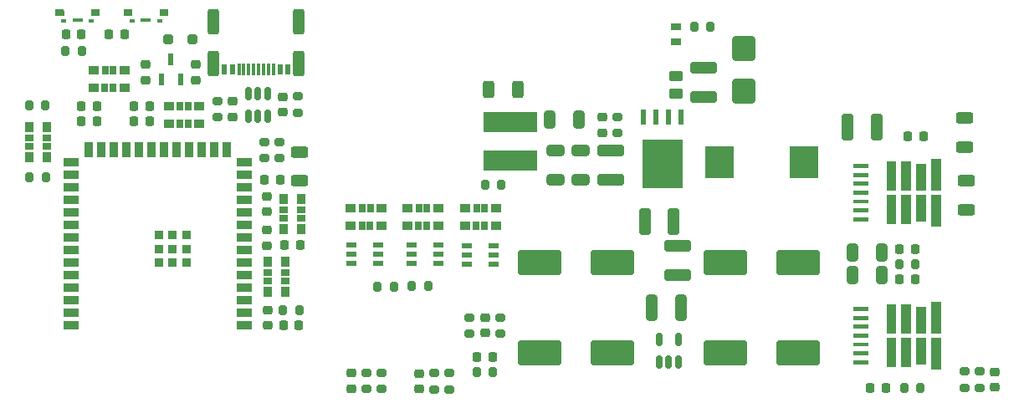
<source format=gbr>
%TF.GenerationSoftware,KiCad,Pcbnew,7.0.10*%
%TF.CreationDate,2025-01-28T22:59:33+01:00*%
%TF.ProjectId,BugWiperPCB,42756757-6970-4657-9250-43422e6b6963,rev?*%
%TF.SameCoordinates,Original*%
%TF.FileFunction,Paste,Top*%
%TF.FilePolarity,Positive*%
%FSLAX46Y46*%
G04 Gerber Fmt 4.6, Leading zero omitted, Abs format (unit mm)*
G04 Created by KiCad (PCBNEW 7.0.10) date 2025-01-28 22:59:33*
%MOMM*%
%LPD*%
G01*
G04 APERTURE LIST*
G04 Aperture macros list*
%AMRoundRect*
0 Rectangle with rounded corners*
0 $1 Rounding radius*
0 $2 $3 $4 $5 $6 $7 $8 $9 X,Y pos of 4 corners*
0 Add a 4 corners polygon primitive as box body*
4,1,4,$2,$3,$4,$5,$6,$7,$8,$9,$2,$3,0*
0 Add four circle primitives for the rounded corners*
1,1,$1+$1,$2,$3*
1,1,$1+$1,$4,$5*
1,1,$1+$1,$6,$7*
1,1,$1+$1,$8,$9*
0 Add four rect primitives between the rounded corners*
20,1,$1+$1,$2,$3,$4,$5,0*
20,1,$1+$1,$4,$5,$6,$7,0*
20,1,$1+$1,$6,$7,$8,$9,0*
20,1,$1+$1,$8,$9,$2,$3,0*%
G04 Aperture macros list end*
%ADD10C,0.010000*%
%ADD11RoundRect,0.225000X-0.225000X-0.250000X0.225000X-0.250000X0.225000X0.250000X-0.225000X0.250000X0*%
%ADD12RoundRect,0.225000X0.250000X-0.225000X0.250000X0.225000X-0.250000X0.225000X-0.250000X-0.225000X0*%
%ADD13RoundRect,0.200000X0.275000X-0.200000X0.275000X0.200000X-0.275000X0.200000X-0.275000X-0.200000X0*%
%ADD14RoundRect,0.200000X-0.200000X-0.275000X0.200000X-0.275000X0.200000X0.275000X-0.200000X0.275000X0*%
%ADD15RoundRect,0.200000X-0.275000X0.200000X-0.275000X-0.200000X0.275000X-0.200000X0.275000X0.200000X0*%
%ADD16R,1.003300X0.558800*%
%ADD17RoundRect,0.250000X-0.900000X1.000000X-0.900000X-1.000000X0.900000X-1.000000X0.900000X1.000000X0*%
%ADD18RoundRect,0.250000X-0.625000X0.312500X-0.625000X-0.312500X0.625000X-0.312500X0.625000X0.312500X0*%
%ADD19RoundRect,0.250000X-0.650000X0.325000X-0.650000X-0.325000X0.650000X-0.325000X0.650000X0.325000X0*%
%ADD20RoundRect,0.250000X-0.325000X-1.100000X0.325000X-1.100000X0.325000X1.100000X-0.325000X1.100000X0*%
%ADD21RoundRect,0.250000X-0.250000X-0.250000X0.250000X-0.250000X0.250000X0.250000X-0.250000X0.250000X0*%
%ADD22RoundRect,0.150000X0.150000X-0.512500X0.150000X0.512500X-0.150000X0.512500X-0.150000X-0.512500X0*%
%ADD23RoundRect,0.150000X-0.150000X0.512500X-0.150000X-0.512500X0.150000X-0.512500X0.150000X0.512500X0*%
%ADD24RoundRect,0.200000X0.200000X0.275000X-0.200000X0.275000X-0.200000X-0.275000X0.200000X-0.275000X0*%
%ADD25RoundRect,0.225000X-0.250000X0.225000X-0.250000X-0.225000X0.250000X-0.225000X0.250000X0.225000X0*%
%ADD26RoundRect,0.250000X0.625000X-0.312500X0.625000X0.312500X-0.625000X0.312500X-0.625000X-0.312500X0*%
%ADD27R,5.500000X2.150000*%
%ADD28RoundRect,0.225000X0.225000X0.250000X-0.225000X0.250000X-0.225000X-0.250000X0.225000X-0.250000X0*%
%ADD29RoundRect,0.250000X-0.312500X-1.075000X0.312500X-1.075000X0.312500X1.075000X-0.312500X1.075000X0*%
%ADD30RoundRect,0.250000X1.950000X1.000000X-1.950000X1.000000X-1.950000X-1.000000X1.950000X-1.000000X0*%
%ADD31R,1.500000X0.900000*%
%ADD32R,0.900000X1.500000*%
%ADD33R,0.900000X0.900000*%
%ADD34RoundRect,0.250000X-1.100000X0.325000X-1.100000X-0.325000X1.100000X-0.325000X1.100000X0.325000X0*%
%ADD35RoundRect,0.250000X-0.325000X-0.650000X0.325000X-0.650000X0.325000X0.650000X-0.325000X0.650000X0*%
%ADD36RoundRect,0.250000X-0.312500X-0.625000X0.312500X-0.625000X0.312500X0.625000X-0.312500X0.625000X0*%
%ADD37R,0.558800X1.168400*%
%ADD38R,1.100000X0.965200*%
%ADD39R,0.650000X0.965200*%
%ADD40RoundRect,0.250000X1.100000X-0.325000X1.100000X0.325000X-1.100000X0.325000X-1.100000X-0.325000X0*%
%ADD41R,2.921000X3.251200*%
%ADD42R,0.600000X1.100000*%
%ADD43R,0.300000X1.150000*%
%ADD44RoundRect,0.300000X-0.300000X1.000000X-0.300000X-1.000000X0.300000X-1.000000X0.300000X1.000000X0*%
%ADD45R,0.965200X1.100000*%
%ADD46R,0.965200X0.650000*%
%ADD47RoundRect,0.250000X0.325000X0.650000X-0.325000X0.650000X-0.325000X-0.650000X0.325000X-0.650000X0*%
%ADD48RoundRect,0.250000X-0.450000X0.262500X-0.450000X-0.262500X0.450000X-0.262500X0.450000X0.262500X0*%
%ADD49R,1.000000X0.800000*%
%ADD50R,0.533400X1.524000*%
%ADD51R,4.114800X4.902200*%
%ADD52R,0.600000X0.400000*%
%ADD53R,1.000000X0.350000*%
%ADD54R,0.950000X0.640000*%
G04 APERTURE END LIST*
%TO.C,U2*%
G36*
X199305500Y-90318010D02*
G01*
X199305500Y-90718000D01*
X197705500Y-90718000D01*
X197705500Y-90318000D01*
X199305500Y-90318010D01*
G37*
G36*
X199305500Y-91218010D02*
G01*
X199305500Y-91618000D01*
X197705500Y-91618000D01*
X197705500Y-91218000D01*
X199305500Y-91218010D01*
G37*
G36*
X199305500Y-92518000D02*
G01*
X197705500Y-92518000D01*
X197705500Y-92118000D01*
X199305500Y-92118000D01*
X199305500Y-92518000D01*
G37*
G36*
X199305500Y-93418000D02*
G01*
X197705500Y-93418000D01*
X197705500Y-93018000D01*
X199305500Y-93018000D01*
X199305500Y-93418000D01*
G37*
G36*
X199305500Y-93918010D02*
G01*
X199305500Y-94318000D01*
X197705500Y-94318000D01*
X197705500Y-93918000D01*
X199305500Y-93918010D01*
G37*
G36*
X199305500Y-94818010D02*
G01*
X199305500Y-95218000D01*
X197705500Y-95218000D01*
X197705500Y-94818000D01*
X199305500Y-94818010D01*
G37*
G36*
X199305500Y-96118000D02*
G01*
X197705500Y-96118000D01*
X197705500Y-95718000D01*
X199305500Y-95718000D01*
X199305500Y-96118000D01*
G37*
G36*
X202105500Y-93018000D02*
G01*
X201105500Y-93018000D01*
X201105500Y-90018000D01*
X202105500Y-90018000D01*
X202105500Y-93018000D01*
G37*
G36*
X202105500Y-96418000D02*
G01*
X201105500Y-96418000D01*
X201105500Y-93418000D01*
X202105500Y-93418000D01*
X202105500Y-96418000D01*
G37*
G36*
X203605500Y-93018000D02*
G01*
X202605500Y-93018000D01*
X202605500Y-90018000D01*
X203605500Y-90018000D01*
X203605500Y-93018000D01*
G37*
G36*
X203605500Y-96418000D02*
G01*
X202605500Y-96418000D01*
X202605500Y-93418000D01*
X203605500Y-93418000D01*
X203605500Y-96418000D01*
G37*
G36*
X205105500Y-96117750D02*
G01*
X204105500Y-96118000D01*
X204105500Y-93418000D01*
X205105500Y-93418000D01*
X205105500Y-96117750D01*
G37*
G36*
X205105500Y-90318250D02*
G01*
X205105520Y-93018000D01*
X204105500Y-93018000D01*
X204105500Y-90318000D01*
X205105500Y-90318250D01*
G37*
G36*
X206605500Y-93018000D02*
G01*
X205605500Y-93018000D01*
X205605500Y-89768000D01*
X206605500Y-89768000D01*
X206605500Y-93018000D01*
G37*
G36*
X206605500Y-96668000D02*
G01*
X205605500Y-96668000D01*
X205605500Y-93418000D01*
X206605500Y-93418000D01*
X206605500Y-96668000D01*
G37*
%TO.C,U3*%
G36*
X199305500Y-75840010D02*
G01*
X199305500Y-76240000D01*
X197705500Y-76240000D01*
X197705500Y-75840000D01*
X199305500Y-75840010D01*
G37*
G36*
X199305500Y-76740010D02*
G01*
X199305500Y-77140000D01*
X197705500Y-77140000D01*
X197705500Y-76740000D01*
X199305500Y-76740010D01*
G37*
G36*
X199305500Y-78040000D02*
G01*
X197705500Y-78040000D01*
X197705500Y-77640000D01*
X199305500Y-77640000D01*
X199305500Y-78040000D01*
G37*
G36*
X199305500Y-78940000D02*
G01*
X197705500Y-78940000D01*
X197705500Y-78540000D01*
X199305500Y-78540000D01*
X199305500Y-78940000D01*
G37*
G36*
X199305500Y-79440010D02*
G01*
X199305500Y-79840000D01*
X197705500Y-79840000D01*
X197705500Y-79440000D01*
X199305500Y-79440010D01*
G37*
G36*
X199305500Y-80340010D02*
G01*
X199305500Y-80740000D01*
X197705500Y-80740000D01*
X197705500Y-80340000D01*
X199305500Y-80340010D01*
G37*
G36*
X199305500Y-81640000D02*
G01*
X197705500Y-81640000D01*
X197705500Y-81240000D01*
X199305500Y-81240000D01*
X199305500Y-81640000D01*
G37*
G36*
X202105500Y-78540000D02*
G01*
X201105500Y-78540000D01*
X201105500Y-75540000D01*
X202105500Y-75540000D01*
X202105500Y-78540000D01*
G37*
G36*
X202105500Y-81940000D02*
G01*
X201105500Y-81940000D01*
X201105500Y-78940000D01*
X202105500Y-78940000D01*
X202105500Y-81940000D01*
G37*
G36*
X203605500Y-78540000D02*
G01*
X202605500Y-78540000D01*
X202605500Y-75540000D01*
X203605500Y-75540000D01*
X203605500Y-78540000D01*
G37*
G36*
X203605500Y-81940000D02*
G01*
X202605500Y-81940000D01*
X202605500Y-78940000D01*
X203605500Y-78940000D01*
X203605500Y-81940000D01*
G37*
G36*
X205105500Y-81639750D02*
G01*
X204105500Y-81640000D01*
X204105500Y-78940000D01*
X205105500Y-78940000D01*
X205105500Y-81639750D01*
G37*
G36*
X205105500Y-75840250D02*
G01*
X205105520Y-78540000D01*
X204105500Y-78540000D01*
X204105500Y-75840000D01*
X205105500Y-75840250D01*
G37*
G36*
X206605500Y-78540000D02*
G01*
X205605500Y-78540000D01*
X205605500Y-75290000D01*
X206605500Y-75290000D01*
X206605500Y-78540000D01*
G37*
G36*
X206605500Y-82190000D02*
G01*
X205605500Y-82190000D01*
X205605500Y-78940000D01*
X206605500Y-78940000D01*
X206605500Y-82190000D01*
G37*
%TO.C,S1*%
D10*
X128203400Y-60306800D02*
X128186400Y-60313800D01*
X128168400Y-60321800D01*
X128152400Y-60329800D01*
X128135400Y-60338800D01*
X128119400Y-60348800D01*
X128103400Y-60359800D01*
X128088400Y-60370800D01*
X128074400Y-60382800D01*
X128060400Y-60394800D01*
X128046400Y-60407800D01*
X128033400Y-60421800D01*
X128021400Y-60435800D01*
X128009400Y-60450800D01*
X127998400Y-60465800D01*
X127987400Y-60480800D01*
X127977400Y-60497800D01*
X127968400Y-60513800D01*
X127960400Y-60530800D01*
X127952400Y-60547800D01*
X127945400Y-60565800D01*
X127939400Y-60583800D01*
X127934400Y-60601800D01*
X127929400Y-60619800D01*
X127926400Y-60637800D01*
X127923400Y-60656800D01*
X127920400Y-60675800D01*
X127919400Y-60693800D01*
X127919400Y-60712800D01*
X127919400Y-60729800D01*
X127919100Y-60729800D01*
X127591400Y-60729800D01*
X127591400Y-60299800D01*
X128223400Y-60299800D01*
X128203400Y-60306800D01*
G36*
X128203400Y-60306800D02*
G01*
X128186400Y-60313800D01*
X128168400Y-60321800D01*
X128152400Y-60329800D01*
X128135400Y-60338800D01*
X128119400Y-60348800D01*
X128103400Y-60359800D01*
X128088400Y-60370800D01*
X128074400Y-60382800D01*
X128060400Y-60394800D01*
X128046400Y-60407800D01*
X128033400Y-60421800D01*
X128021400Y-60435800D01*
X128009400Y-60450800D01*
X127998400Y-60465800D01*
X127987400Y-60480800D01*
X127977400Y-60497800D01*
X127968400Y-60513800D01*
X127960400Y-60530800D01*
X127952400Y-60547800D01*
X127945400Y-60565800D01*
X127939400Y-60583800D01*
X127934400Y-60601800D01*
X127929400Y-60619800D01*
X127926400Y-60637800D01*
X127923400Y-60656800D01*
X127920400Y-60675800D01*
X127919400Y-60693800D01*
X127919400Y-60712800D01*
X127919400Y-60729800D01*
X127919100Y-60729800D01*
X127591400Y-60729800D01*
X127591400Y-60299800D01*
X128223400Y-60299800D01*
X128203400Y-60306800D01*
G37*
X124681400Y-60729800D02*
X124353700Y-60729800D01*
X124353400Y-60729800D01*
X124353400Y-60712800D01*
X124353400Y-60693800D01*
X124352400Y-60675800D01*
X124349400Y-60656800D01*
X124346400Y-60637800D01*
X124343400Y-60619800D01*
X124338400Y-60601800D01*
X124333400Y-60583800D01*
X124327400Y-60565800D01*
X124320400Y-60547800D01*
X124312400Y-60530800D01*
X124304400Y-60513800D01*
X124295400Y-60497800D01*
X124285400Y-60480800D01*
X124274400Y-60465800D01*
X124263400Y-60450800D01*
X124251400Y-60435800D01*
X124239400Y-60421800D01*
X124226400Y-60407800D01*
X124212400Y-60394800D01*
X124198400Y-60382800D01*
X124184400Y-60370800D01*
X124169400Y-60359800D01*
X124153400Y-60348800D01*
X124137400Y-60338800D01*
X124120400Y-60329800D01*
X124104400Y-60321800D01*
X124086400Y-60313800D01*
X124069400Y-60306800D01*
X124049400Y-60299800D01*
X124681400Y-60299800D01*
X124681400Y-60729800D01*
G36*
X124681400Y-60729800D02*
G01*
X124353700Y-60729800D01*
X124353400Y-60729800D01*
X124353400Y-60712800D01*
X124353400Y-60693800D01*
X124352400Y-60675800D01*
X124349400Y-60656800D01*
X124346400Y-60637800D01*
X124343400Y-60619800D01*
X124338400Y-60601800D01*
X124333400Y-60583800D01*
X124327400Y-60565800D01*
X124320400Y-60547800D01*
X124312400Y-60530800D01*
X124304400Y-60513800D01*
X124295400Y-60497800D01*
X124285400Y-60480800D01*
X124274400Y-60465800D01*
X124263400Y-60450800D01*
X124251400Y-60435800D01*
X124239400Y-60421800D01*
X124226400Y-60407800D01*
X124212400Y-60394800D01*
X124198400Y-60382800D01*
X124184400Y-60370800D01*
X124169400Y-60359800D01*
X124153400Y-60348800D01*
X124137400Y-60338800D01*
X124120400Y-60329800D01*
X124104400Y-60321800D01*
X124086400Y-60313800D01*
X124069400Y-60306800D01*
X124049400Y-60299800D01*
X124681400Y-60299800D01*
X124681400Y-60729800D01*
G37*
%TO.C,S2*%
X121320000Y-60306800D02*
X121303000Y-60313800D01*
X121285000Y-60321800D01*
X121269000Y-60329800D01*
X121252000Y-60338800D01*
X121236000Y-60348800D01*
X121220000Y-60359800D01*
X121205000Y-60370800D01*
X121191000Y-60382800D01*
X121177000Y-60394800D01*
X121163000Y-60407800D01*
X121150000Y-60421800D01*
X121138000Y-60435800D01*
X121126000Y-60450800D01*
X121115000Y-60465800D01*
X121104000Y-60480800D01*
X121094000Y-60497800D01*
X121085000Y-60513800D01*
X121077000Y-60530800D01*
X121069000Y-60547800D01*
X121062000Y-60565800D01*
X121056000Y-60583800D01*
X121051000Y-60601800D01*
X121046000Y-60619800D01*
X121043000Y-60637800D01*
X121040000Y-60656800D01*
X121037000Y-60675800D01*
X121036000Y-60693800D01*
X121036000Y-60712800D01*
X121036000Y-60729800D01*
X121035700Y-60729800D01*
X120708000Y-60729800D01*
X120708000Y-60299800D01*
X121340000Y-60299800D01*
X121320000Y-60306800D01*
G36*
X121320000Y-60306800D02*
G01*
X121303000Y-60313800D01*
X121285000Y-60321800D01*
X121269000Y-60329800D01*
X121252000Y-60338800D01*
X121236000Y-60348800D01*
X121220000Y-60359800D01*
X121205000Y-60370800D01*
X121191000Y-60382800D01*
X121177000Y-60394800D01*
X121163000Y-60407800D01*
X121150000Y-60421800D01*
X121138000Y-60435800D01*
X121126000Y-60450800D01*
X121115000Y-60465800D01*
X121104000Y-60480800D01*
X121094000Y-60497800D01*
X121085000Y-60513800D01*
X121077000Y-60530800D01*
X121069000Y-60547800D01*
X121062000Y-60565800D01*
X121056000Y-60583800D01*
X121051000Y-60601800D01*
X121046000Y-60619800D01*
X121043000Y-60637800D01*
X121040000Y-60656800D01*
X121037000Y-60675800D01*
X121036000Y-60693800D01*
X121036000Y-60712800D01*
X121036000Y-60729800D01*
X121035700Y-60729800D01*
X120708000Y-60729800D01*
X120708000Y-60299800D01*
X121340000Y-60299800D01*
X121320000Y-60306800D01*
G37*
X117798000Y-60729800D02*
X117470300Y-60729800D01*
X117470000Y-60729800D01*
X117470000Y-60712800D01*
X117470000Y-60693800D01*
X117469000Y-60675800D01*
X117466000Y-60656800D01*
X117463000Y-60637800D01*
X117460000Y-60619800D01*
X117455000Y-60601800D01*
X117450000Y-60583800D01*
X117444000Y-60565800D01*
X117437000Y-60547800D01*
X117429000Y-60530800D01*
X117421000Y-60513800D01*
X117412000Y-60497800D01*
X117402000Y-60480800D01*
X117391000Y-60465800D01*
X117380000Y-60450800D01*
X117368000Y-60435800D01*
X117356000Y-60421800D01*
X117343000Y-60407800D01*
X117329000Y-60394800D01*
X117315000Y-60382800D01*
X117301000Y-60370800D01*
X117286000Y-60359800D01*
X117270000Y-60348800D01*
X117254000Y-60338800D01*
X117237000Y-60329800D01*
X117221000Y-60321800D01*
X117203000Y-60313800D01*
X117186000Y-60306800D01*
X117166000Y-60299800D01*
X117798000Y-60299800D01*
X117798000Y-60729800D01*
G36*
X117798000Y-60729800D02*
G01*
X117470300Y-60729800D01*
X117470000Y-60729800D01*
X117470000Y-60712800D01*
X117470000Y-60693800D01*
X117469000Y-60675800D01*
X117466000Y-60656800D01*
X117463000Y-60637800D01*
X117460000Y-60619800D01*
X117455000Y-60601800D01*
X117450000Y-60583800D01*
X117444000Y-60565800D01*
X117437000Y-60547800D01*
X117429000Y-60530800D01*
X117421000Y-60513800D01*
X117412000Y-60497800D01*
X117402000Y-60480800D01*
X117391000Y-60465800D01*
X117380000Y-60450800D01*
X117368000Y-60435800D01*
X117356000Y-60421800D01*
X117343000Y-60407800D01*
X117329000Y-60394800D01*
X117315000Y-60382800D01*
X117301000Y-60370800D01*
X117286000Y-60359800D01*
X117270000Y-60348800D01*
X117254000Y-60338800D01*
X117237000Y-60329800D01*
X117221000Y-60321800D01*
X117203000Y-60313800D01*
X117186000Y-60306800D01*
X117166000Y-60299800D01*
X117798000Y-60299800D01*
X117798000Y-60729800D01*
G37*
%TD*%
D11*
%TO.C,C22*%
X159689200Y-95402400D03*
X161239200Y-95402400D03*
%TD*%
D12*
%TO.C,C11*%
X153771600Y-98615800D03*
X153771600Y-97065800D03*
%TD*%
D13*
%TO.C,R12*%
X149987000Y-98627200D03*
X149987000Y-96977200D03*
%TD*%
D14*
%TO.C,R15*%
X149593800Y-88239600D03*
X151243800Y-88239600D03*
%TD*%
D15*
%TO.C,R21*%
X173837600Y-71057000D03*
X173837600Y-72707000D03*
%TD*%
D16*
%TO.C,CR1*%
X146919151Y-84038399D03*
X146919151Y-84988400D03*
X146919151Y-85938401D03*
X149624251Y-85938401D03*
X149624251Y-84988400D03*
X149624251Y-84038399D03*
%TD*%
D17*
%TO.C,D3*%
X186690000Y-64144000D03*
X186690000Y-68444000D03*
%TD*%
D18*
%TO.C,F1*%
X141732000Y-74610500D03*
X141732000Y-77535500D03*
%TD*%
D19*
%TO.C,C24*%
X167640000Y-74471000D03*
X167640000Y-77421000D03*
%TD*%
D20*
%TO.C,C15*%
X197153000Y-72136000D03*
X200103000Y-72136000D03*
%TD*%
D12*
%TO.C,C13*%
X160464000Y-92964800D03*
X160464000Y-91414800D03*
%TD*%
D21*
%TO.C,D1*%
X128391600Y-63246000D03*
X130891600Y-63246000D03*
%TD*%
D11*
%TO.C,C4*%
X118046200Y-62738000D03*
X119596200Y-62738000D03*
%TD*%
%TO.C,C33*%
X124955000Y-71475600D03*
X126505000Y-71475600D03*
%TD*%
%TO.C,C8*%
X202425000Y-84455000D03*
X203975000Y-84455000D03*
%TD*%
D22*
%TO.C,U4*%
X178120000Y-95879500D03*
X179070000Y-95879500D03*
X180020000Y-95879500D03*
X180020000Y-93604500D03*
X178120000Y-93604500D03*
%TD*%
D23*
%TO.C,U5*%
X138443150Y-68729600D03*
X137493150Y-68729600D03*
X136543150Y-68729600D03*
X136543150Y-71004600D03*
X137493150Y-71004600D03*
X138443150Y-71004600D03*
%TD*%
D24*
%TO.C,R14*%
X154698200Y-88188800D03*
X153048200Y-88188800D03*
%TD*%
D25*
%TO.C,C37*%
X138430000Y-82537000D03*
X138430000Y-84087000D03*
%TD*%
D13*
%TO.C,R19*%
X158877000Y-93014800D03*
X158877000Y-91364800D03*
%TD*%
D26*
%TO.C,F3*%
X209042000Y-74106500D03*
X209042000Y-71181500D03*
%TD*%
D27*
%TO.C,L2*%
X163068000Y-75458000D03*
X163068000Y-71608000D03*
%TD*%
D28*
%TO.C,C3*%
X123965000Y-62738000D03*
X122415000Y-62738000D03*
%TD*%
D14*
%TO.C,R7*%
X202883000Y-98552000D03*
X204533000Y-98552000D03*
%TD*%
D15*
%TO.C,R3*%
X133430200Y-69461600D03*
X133430200Y-71111600D03*
%TD*%
%TO.C,R2*%
X141558200Y-68975000D03*
X141558200Y-70625000D03*
%TD*%
D29*
%TO.C,R25*%
X177353500Y-90424000D03*
X180278500Y-90424000D03*
%TD*%
D30*
%TO.C,C20*%
X192168000Y-94996000D03*
X184768000Y-94996000D03*
%TD*%
D15*
%TO.C,R10*%
X155295600Y-97015800D03*
X155295600Y-98665800D03*
%TD*%
D31*
%TO.C,U1*%
X136101200Y-92172000D03*
X136101200Y-90902000D03*
X136101200Y-89632000D03*
X136101200Y-88362000D03*
X136101200Y-87092000D03*
X136101200Y-85822000D03*
X136101200Y-84552000D03*
X136101200Y-83282000D03*
X136101200Y-82012000D03*
X136101200Y-80742000D03*
X136101200Y-79472000D03*
X136101200Y-78202000D03*
X136101200Y-76932000D03*
X136101200Y-75662000D03*
D32*
X134336200Y-74412000D03*
X133066200Y-74412000D03*
X131796200Y-74412000D03*
X130526200Y-74412000D03*
X129256200Y-74412000D03*
X127986200Y-74412000D03*
X126716200Y-74412000D03*
X125446200Y-74412000D03*
X124176200Y-74412000D03*
X122906200Y-74412000D03*
X121636200Y-74412000D03*
X120366200Y-74412000D03*
D31*
X118601200Y-75662000D03*
X118601200Y-76932000D03*
X118601200Y-78202000D03*
X118601200Y-79472000D03*
X118601200Y-80742000D03*
X118601200Y-82012000D03*
X118601200Y-83282000D03*
X118601200Y-84552000D03*
X118601200Y-85822000D03*
X118601200Y-87092000D03*
X118601200Y-88362000D03*
X118601200Y-89632000D03*
X118601200Y-90902000D03*
X118601200Y-92172000D03*
D33*
X130251200Y-85852000D03*
X130251200Y-84452000D03*
X130251200Y-83052000D03*
X130251200Y-83052000D03*
X128851200Y-85852000D03*
X128851200Y-85852000D03*
X128851200Y-84452000D03*
X128851200Y-83052000D03*
X127451200Y-85852000D03*
X127451200Y-84452000D03*
X127451200Y-83052000D03*
%TD*%
D14*
%TO.C,R22*%
X114338600Y-69900800D03*
X115988600Y-69900800D03*
%TD*%
D16*
%TO.C,CR3*%
X153079450Y-84038399D03*
X153079450Y-84988400D03*
X153079450Y-85938401D03*
X155784550Y-85938401D03*
X155784550Y-84988400D03*
X155784550Y-84038399D03*
%TD*%
D28*
%TO.C,C9*%
X204838600Y-73050400D03*
X203288600Y-73050400D03*
%TD*%
D15*
%TO.C,R11*%
X148463000Y-96977200D03*
X148463000Y-98627200D03*
%TD*%
D14*
%TO.C,R18*%
X114389400Y-77216000D03*
X116039400Y-77216000D03*
%TD*%
D28*
%TO.C,C31*%
X141643400Y-92138200D03*
X140093400Y-92138200D03*
%TD*%
%TO.C,C39*%
X139713000Y-77470000D03*
X138163000Y-77470000D03*
%TD*%
D30*
%TO.C,C28*%
X173372000Y-94996000D03*
X165972000Y-94996000D03*
%TD*%
D16*
%TO.C,CR2*%
X158667450Y-84089199D03*
X158667450Y-85039200D03*
X158667450Y-85989201D03*
X161372550Y-85989201D03*
X161372550Y-85039200D03*
X161372550Y-84089199D03*
%TD*%
D15*
%TO.C,TH1*%
X209042000Y-96838000D03*
X209042000Y-98488000D03*
%TD*%
D28*
%TO.C,C35*%
X121171000Y-69951600D03*
X119621000Y-69951600D03*
%TD*%
D34*
%TO.C,C21*%
X182626000Y-66089000D03*
X182626000Y-69039000D03*
%TD*%
D25*
%TO.C,C14*%
X172313600Y-71107000D03*
X172313600Y-72657000D03*
%TD*%
D14*
%TO.C,R6*%
X117996200Y-64363600D03*
X119646200Y-64363600D03*
%TD*%
D19*
%TO.C,C25*%
X170180000Y-74471000D03*
X170180000Y-77421000D03*
%TD*%
D35*
%TO.C,C7*%
X197661000Y-84785200D03*
X200611000Y-84785200D03*
%TD*%
D36*
%TO.C,F4*%
X160843500Y-68326000D03*
X163768500Y-68326000D03*
%TD*%
D37*
%TO.C,U7*%
X127718901Y-67310000D03*
X129633899Y-67310000D03*
X128676400Y-65278000D03*
%TD*%
D11*
%TO.C,C6*%
X199478600Y-98552000D03*
X201028600Y-98552000D03*
%TD*%
%TO.C,C32*%
X124955000Y-69951600D03*
X126505000Y-69951600D03*
%TD*%
D14*
%TO.C,R38*%
X140043400Y-90627200D03*
X141693400Y-90627200D03*
%TD*%
D38*
%TO.C,RN3*%
X155714700Y-80302100D03*
D39*
X154593290Y-80302100D03*
X153763980Y-80302100D03*
D38*
X152641300Y-80302100D03*
X152641300Y-82054700D03*
D39*
X153762710Y-82054700D03*
X154592020Y-82054700D03*
D38*
X155714700Y-82054700D03*
%TD*%
D40*
%TO.C,C23*%
X179959000Y-87073000D03*
X179959000Y-84123000D03*
%TD*%
D41*
%TO.C,L1*%
X192747900Y-75692000D03*
X184188100Y-75692000D03*
%TD*%
D24*
%TO.C,R16*%
X183298600Y-61925200D03*
X181648600Y-61925200D03*
%TD*%
D42*
%TO.C,J1*%
X140516400Y-66242800D03*
X139716400Y-66232800D03*
D43*
X138566400Y-66217800D03*
X137566400Y-66217800D03*
X137066400Y-66217800D03*
X136066400Y-66217800D03*
D42*
X134116400Y-66232800D03*
X134916400Y-66232800D03*
D43*
X135566400Y-66217800D03*
X136566400Y-66217800D03*
X138066400Y-66217800D03*
X139066400Y-66217800D03*
D44*
X141636400Y-65652800D03*
X132996400Y-65652800D03*
X141636400Y-61472800D03*
X132996400Y-61472800D03*
%TD*%
D12*
%TO.C,C40*%
X138480800Y-92164200D03*
X138480800Y-90614200D03*
%TD*%
D38*
%TO.C,RN1*%
X128460500Y-71742300D03*
D39*
X129581910Y-71742300D03*
X130411220Y-71742300D03*
D38*
X131533900Y-71742300D03*
X131533900Y-69989700D03*
D39*
X130412490Y-69989700D03*
X129583180Y-69989700D03*
D38*
X128460500Y-69989700D03*
%TD*%
D25*
%TO.C,C1*%
X134953150Y-69511600D03*
X134953150Y-71061600D03*
%TD*%
D15*
%TO.C,R4*%
X138176000Y-73597000D03*
X138176000Y-75247000D03*
%TD*%
D28*
%TO.C,C34*%
X121171000Y-71475600D03*
X119621000Y-71475600D03*
%TD*%
D45*
%TO.C,RN8*%
X116090700Y-75145900D03*
D46*
X116090700Y-74024490D03*
X116090700Y-73195180D03*
D45*
X116090700Y-72072500D03*
X114338100Y-72072500D03*
D46*
X114338100Y-73193910D03*
X114338100Y-74023220D03*
D45*
X114338100Y-75145900D03*
%TD*%
D12*
%TO.C,C38*%
X138430000Y-80658000D03*
X138430000Y-79108000D03*
%TD*%
D28*
%TO.C,C5*%
X203975000Y-87503000D03*
X202425000Y-87503000D03*
%TD*%
D38*
%TO.C,RN6*%
X149974300Y-80302100D03*
D39*
X148852890Y-80302100D03*
X148023580Y-80302100D03*
D38*
X146900900Y-80302100D03*
X146900900Y-82054700D03*
D39*
X148022310Y-82054700D03*
X148851620Y-82054700D03*
D38*
X149974300Y-82054700D03*
%TD*%
D24*
%TO.C,R8*%
X204025000Y-85979000D03*
X202375000Y-85979000D03*
%TD*%
D47*
%TO.C,C26*%
X170004000Y-71374000D03*
X167054000Y-71374000D03*
%TD*%
D38*
%TO.C,RN7*%
X161556700Y-80302100D03*
D39*
X160435290Y-80302100D03*
X159605980Y-80302100D03*
D38*
X158483300Y-80302100D03*
X158483300Y-82054700D03*
D39*
X159604710Y-82054700D03*
X160434020Y-82054700D03*
D38*
X161556700Y-82054700D03*
%TD*%
D48*
%TO.C,D2*%
X179832000Y-66905500D03*
X179832000Y-68730500D03*
%TD*%
D12*
%TO.C,C29*%
X131216400Y-67323000D03*
X131216400Y-65773000D03*
%TD*%
D15*
%TO.C,R20*%
X162052000Y-91364800D03*
X162052000Y-93014800D03*
%TD*%
D45*
%TO.C,RN2*%
X138470900Y-85712300D03*
D46*
X138470900Y-86833710D03*
X138470900Y-87663020D03*
D45*
X138470900Y-88785700D03*
X140223500Y-88785700D03*
D46*
X140223500Y-87664290D03*
X140223500Y-86834980D03*
D45*
X140223500Y-85712300D03*
%TD*%
D15*
%TO.C,R5*%
X139700000Y-73597000D03*
X139700000Y-75247000D03*
%TD*%
D38*
%TO.C,RN4*%
X123964700Y-66382900D03*
D39*
X122843290Y-66382900D03*
X122013980Y-66382900D03*
D38*
X120891300Y-66382900D03*
X120891300Y-68135500D03*
D39*
X122012710Y-68135500D03*
X122842020Y-68135500D03*
D38*
X123964700Y-68135500D03*
%TD*%
D25*
%TO.C,C30*%
X126136400Y-65773000D03*
X126136400Y-67323000D03*
%TD*%
D11*
%TO.C,C36*%
X140195000Y-84074000D03*
X141745000Y-84074000D03*
%TD*%
D24*
%TO.C,R13*%
X161289200Y-96926400D03*
X159639200Y-96926400D03*
%TD*%
D35*
%TO.C,C10*%
X197661000Y-87122000D03*
X200611000Y-87122000D03*
%TD*%
D40*
%TO.C,C17*%
X173228000Y-77421000D03*
X173228000Y-74471000D03*
%TD*%
D30*
%TO.C,C19*%
X192168000Y-85852000D03*
X184768000Y-85852000D03*
%TD*%
D26*
%TO.C,F2*%
X209143600Y-80462500D03*
X209143600Y-77537500D03*
%TD*%
D49*
%TO.C,JP1*%
X179832000Y-61900000D03*
X179832000Y-63500000D03*
%TD*%
D30*
%TO.C,C18*%
X173372000Y-85852000D03*
X165972000Y-85852000D03*
%TD*%
D13*
%TO.C,R9*%
X156819600Y-98665800D03*
X156819600Y-97015800D03*
%TD*%
D50*
%TO.C,Q1*%
X180340000Y-71120000D03*
X179070000Y-71120000D03*
X177800000Y-71120000D03*
X176530000Y-71120000D03*
D51*
X178435000Y-75857100D03*
%TD*%
D24*
%TO.C,R17*%
X162115000Y-77978000D03*
X160465000Y-77978000D03*
%TD*%
D45*
%TO.C,RN5*%
X141846300Y-82435700D03*
D46*
X141846300Y-81314290D03*
X141846300Y-80484980D03*
D45*
X141846300Y-79362300D03*
X140093700Y-79362300D03*
D46*
X140093700Y-80483710D03*
X140093700Y-81313020D03*
D45*
X140093700Y-82435700D03*
%TD*%
D12*
%TO.C,C2*%
X140033150Y-70575000D03*
X140033150Y-69025000D03*
%TD*%
%TO.C,C12*%
X146939000Y-98577200D03*
X146939000Y-97027200D03*
%TD*%
D25*
%TO.C,C27*%
X212090000Y-96901000D03*
X212090000Y-98451000D03*
%TD*%
D15*
%TO.C,R27*%
X210566000Y-96851000D03*
X210566000Y-98501000D03*
%TD*%
D52*
%TO.C,S1*%
X124736400Y-61334800D03*
X127536400Y-61334800D03*
D53*
X126136400Y-61219800D03*
D54*
X127961400Y-60514800D03*
X124304400Y-60513800D03*
%TD*%
D20*
%TO.C,C16*%
X176628000Y-81661000D03*
X179578000Y-81661000D03*
%TD*%
D52*
%TO.C,S2*%
X117853000Y-61334800D03*
X120653000Y-61334800D03*
D53*
X119253000Y-61219800D03*
D54*
X121078000Y-60514800D03*
X117421000Y-60513800D03*
%TD*%
M02*

</source>
